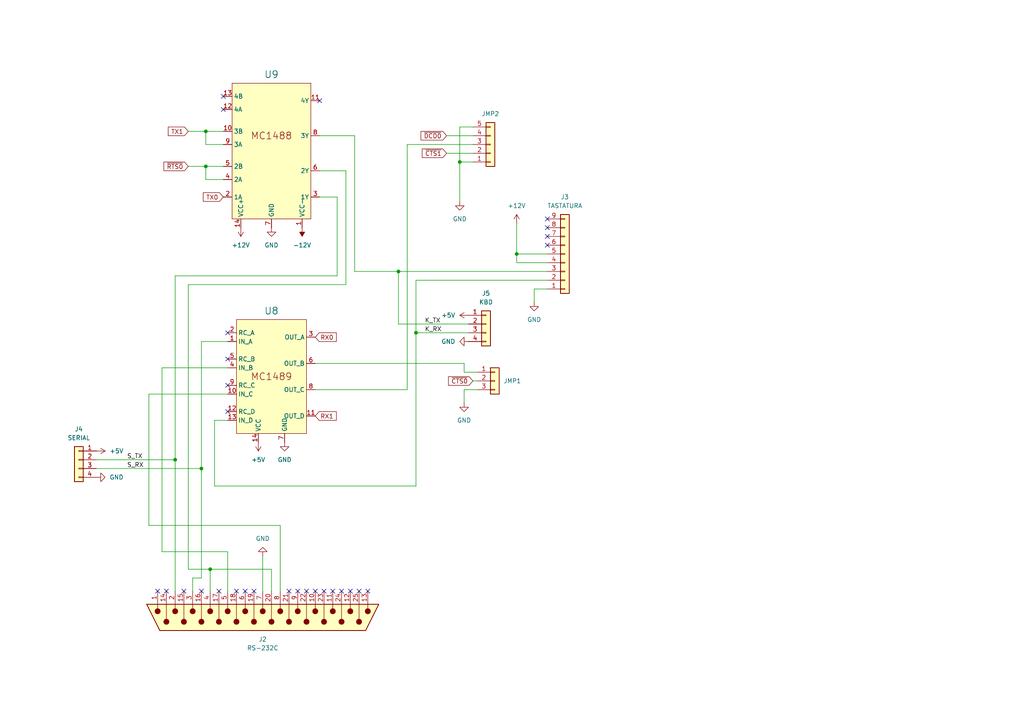
<source format=kicad_sch>
(kicad_sch (version 20231120) (generator "eeschema") (generator_version "8.0")
  (paper "A4")
  (lib_symbols
    (symbol "Connector:DB25_Plug" (pin_names (offset 1.016) hide)
      (property "Reference" "J" (at 0 34.29 0))
      (property "Value" "DB25_Plug" (at 0 -34.925 0))
      (symbol "DB25_Plug_0_1"
        (circle (center -1.778 -30.48) (radius 0.762) (fill (type outline)))
        (circle (center -1.778 -25.4) (radius 0.762) (fill (type outline)))
        (circle (center -1.778 -20.32) (radius 0.762) (fill (type outline)))
        (circle (center -1.778 -15.24) (radius 0.762) (fill (type outline)))
        (circle (center -1.778 -10.16) (radius 0.762) (fill (type outline)))
        (circle (center -1.778 -5.08) (radius 0.762) (fill (type outline)))
        (circle (center -1.778 0) (radius 0.762) (fill (type outline)))
        (circle (center -1.778 5.08) (radius 0.762) (fill (type outline)))
        (circle (center -1.778 10.16) (radius 0.762) (fill (type outline)))
        (circle (center -1.778 15.24) (radius 0.762) (fill (type outline)))
        (circle (center -1.778 20.32) (radius 0.762) (fill (type outline)))
        (circle (center -1.778 25.4) (radius 0.762) (fill (type outline)))
        (circle (center -1.778 30.48) (radius 0.762) (fill (type outline)))
        (polyline (pts (xy -3.81 -30.48) (xy -2.54 -30.48)))
        (polyline (pts (xy -3.81 -27.94) (xy 0.508 -27.94)))
        (polyline (pts (xy -3.81 -25.4) (xy -2.54 -25.4)))
        (polyline (pts (xy -3.81 -22.86) (xy 0.508 -22.86)))
        (polyline (pts (xy -3.81 -20.32) (xy -2.54 -20.32)))
        (polyline (pts (xy -3.81 -17.78) (xy 0.508 -17.78)))
        (polyline (pts (xy -3.81 -15.24) (xy -2.54 -15.24)))
        (polyline (pts (xy -3.81 -12.7) (xy 0.508 -12.7)))
        (polyline (pts (xy -3.81 -10.16) (xy -2.54 -10.16)))
        (polyline (pts (xy -3.81 -7.62) (xy 0.508 -7.62)))
        (polyline (pts (xy -3.81 -5.08) (xy -2.54 -5.08)))
        (polyline (pts (xy -3.81 -2.54) (xy 0.508 -2.54)))
        (polyline (pts (xy -3.81 0) (xy -2.54 0)))
        (polyline (pts (xy -3.81 2.54) (xy 0.508 2.54)))
        (polyline (pts (xy -3.81 5.08) (xy -2.54 5.08)))
        (polyline (pts (xy -3.81 7.62) (xy 0.508 7.62)))
        (polyline (pts (xy -3.81 10.16) (xy -2.54 10.16)))
        (polyline (pts (xy -3.81 12.7) (xy 0.508 12.7)))
        (polyline (pts (xy -3.81 15.24) (xy -2.54 15.24)))
        (polyline (pts (xy -3.81 17.78) (xy 0.508 17.78)))
        (polyline (pts (xy -3.81 20.32) (xy -2.54 20.32)))
        (polyline (pts (xy -3.81 22.86) (xy 0.508 22.86)))
        (polyline (pts (xy -3.81 25.4) (xy -2.54 25.4)))
        (polyline (pts (xy -3.81 27.94) (xy 0.508 27.94)))
        (polyline (pts (xy -3.81 30.48) (xy -2.54 30.48)))
        (polyline (pts (xy -3.81 -33.655) (xy 3.81 -29.845) (xy 3.81 29.845) (xy -3.81 33.655) (xy -3.81 -33.655)) (stroke (width 0.254)) (fill (type background)))
        (circle (center 1.27 -27.94) (radius 0.762) (fill (type outline)))
        (circle (center 1.27 -22.86) (radius 0.762) (fill (type outline)))
        (circle (center 1.27 -17.78) (radius 0.762) (fill (type outline)))
        (circle (center 1.27 -12.7) (radius 0.762) (fill (type outline)))
        (circle (center 1.27 -7.62) (radius 0.762) (fill (type outline)))
        (circle (center 1.27 -2.54) (radius 0.762) (fill (type outline)))
        (circle (center 1.27 2.54) (radius 0.762) (fill (type outline)))
        (circle (center 1.27 7.62) (radius 0.762) (fill (type outline)))
        (circle (center 1.27 12.7) (radius 0.762) (fill (type outline)))
        (circle (center 1.27 17.78) (radius 0.762) (fill (type outline)))
        (circle (center 1.27 22.86) (radius 0.762) (fill (type outline)))
        (circle (center 1.27 27.94) (radius 0.762) (fill (type outline)))
      )
      (symbol "DB25_Plug_1_1"
        (pin passive line (at -7.62 -30.48 0) (length 3.81) (name "1") (number "1"))
        (pin passive line (at -7.62 15.24 0) (length 3.81) (name "10") (number "10"))
        (pin passive line (at -7.62 20.32 0) (length 3.81) (name "11") (number "11"))
        (pin passive line (at -7.62 25.4 0) (length 3.81) (name "12") (number "12"))
        (pin passive line (at -7.62 30.48 0) (length 3.81) (name "13") (number "13"))
        (pin passive line (at -7.62 -27.94 0) (length 3.81) (name "P14") (number "14"))
        (pin passive line (at -7.62 -22.86 0) (length 3.81) (name "P15") (number "15"))
        (pin passive line (at -7.62 -17.78 0) (length 3.81) (name "P16") (number "16"))
        (pin passive line (at -7.62 -12.7 0) (length 3.81) (name "P17") (number "17"))
        (pin passive line (at -7.62 -7.62 0) (length 3.81) (name "P18") (number "18"))
        (pin passive line (at -7.62 -2.54 0) (length 3.81) (name "P19") (number "19"))
        (pin passive line (at -7.62 -25.4 0) (length 3.81) (name "2") (number "2"))
        (pin passive line (at -7.62 2.54 0) (length 3.81) (name "P20") (number "20"))
        (pin passive line (at -7.62 7.62 0) (length 3.81) (name "P21") (number "21"))
        (pin passive line (at -7.62 12.7 0) (length 3.81) (name "P22") (number "22"))
        (pin passive line (at -7.62 17.78 0) (length 3.81) (name "P23") (number "23"))
        (pin passive line (at -7.62 22.86 0) (length 3.81) (name "P24") (number "24"))
        (pin passive line (at -7.62 27.94 0) (length 3.81) (name "P25") (number "25"))
        (pin passive line (at -7.62 -20.32 0) (length 3.81) (name "3") (number "3"))
        (pin passive line (at -7.62 -15.24 0) (length 3.81) (name "4") (number "4"))
        (pin passive line (at -7.62 -10.16 0) (length 3.81) (name "5") (number "5"))
        (pin passive line (at -7.62 -5.08 0) (length 3.81) (name "6") (number "6"))
        (pin passive line (at -7.62 0 0) (length 3.81) (name "7") (number "7"))
        (pin passive line (at -7.62 5.08 0) (length 3.81) (name "8") (number "8"))
        (pin passive line (at -7.62 10.16 0) (length 3.81) (name "9") (number "9"))
      )
    )
    (symbol "Connector_Generic:Conn_01x03" (pin_names (offset 1.016) hide)
      (property "Reference" "J" (at 0 5.08 0))
      (property "Value" "Conn_01x03" (at 0 -5.08 0))
      (symbol "Conn_01x03_1_1"
        (rectangle (start -1.27 -2.413) (end 0 -2.667) (stroke (width 0.1524)))
        (rectangle (start -1.27 0.127) (end 0 -0.127) (stroke (width 0.1524)))
        (rectangle (start -1.27 2.667) (end 0 2.413) (stroke (width 0.1524)))
        (rectangle (start -1.27 3.81) (end 1.27 -3.81) (stroke (width 0.254)) (fill (type background)))
        (pin passive line (at -5.08 2.54 0) (length 3.81) (name "Pin_1") (number "1"))
        (pin passive line (at -5.08 0 0) (length 3.81) (name "Pin_2") (number "2"))
        (pin passive line (at -5.08 -2.54 0) (length 3.81) (name "Pin_3") (number "3"))
      )
    )
    (symbol "Connector_Generic:Conn_01x04" (pin_names (offset 1.016) hide)
      (property "Reference" "J" (at 0 5.08 0))
      (property "Value" "Conn_01x04" (at 0 -7.62 0))
      (symbol "Conn_01x04_1_1"
        (rectangle (start -1.27 -4.953) (end 0 -5.207) (stroke (width 0.1524)))
        (rectangle (start -1.27 -2.413) (end 0 -2.667) (stroke (width 0.1524)))
        (rectangle (start -1.27 0.127) (end 0 -0.127) (stroke (width 0.1524)))
        (rectangle (start -1.27 2.667) (end 0 2.413) (stroke (width 0.1524)))
        (rectangle (start -1.27 3.81) (end 1.27 -6.35) (stroke (width 0.254)) (fill (type background)))
        (pin passive line (at -5.08 2.54 0) (length 3.81) (name "Pin_1") (number "1"))
        (pin passive line (at -5.08 0 0) (length 3.81) (name "Pin_2") (number "2"))
        (pin passive line (at -5.08 -2.54 0) (length 3.81) (name "Pin_3") (number "3"))
        (pin passive line (at -5.08 -5.08 0) (length 3.81) (name "Pin_4") (number "4"))
      )
    )
    (symbol "Connector_Generic:Conn_01x05" (pin_names (offset 1.016) hide)
      (property "Reference" "J" (at 0 7.62 0))
      (property "Value" "Conn_01x05" (at 0 -7.62 0))
      (symbol "Conn_01x05_1_1"
        (rectangle (start -1.27 -4.953) (end 0 -5.207) (stroke (width 0.1524)))
        (rectangle (start -1.27 -2.413) (end 0 -2.667) (stroke (width 0.1524)))
        (rectangle (start -1.27 0.127) (end 0 -0.127) (stroke (width 0.1524)))
        (rectangle (start -1.27 2.667) (end 0 2.413) (stroke (width 0.1524)))
        (rectangle (start -1.27 5.207) (end 0 4.953) (stroke (width 0.1524)))
        (rectangle (start -1.27 6.35) (end 1.27 -6.35) (stroke (width 0.254)) (fill (type background)))
        (pin passive line (at -5.08 5.08 0) (length 3.81) (name "Pin_1") (number "1"))
        (pin passive line (at -5.08 2.54 0) (length 3.81) (name "Pin_2") (number "2"))
        (pin passive line (at -5.08 0 0) (length 3.81) (name "Pin_3") (number "3"))
        (pin passive line (at -5.08 -2.54 0) (length 3.81) (name "Pin_4") (number "4"))
        (pin passive line (at -5.08 -5.08 0) (length 3.81) (name "Pin_5") (number "5"))
      )
    )
    (symbol "Connector_Generic:Conn_01x09" (pin_names (offset 1.016) hide)
      (property "Reference" "J" (at 0 12.7 0))
      (property "Value" "Conn_01x09" (at 0 -12.7 0))
      (symbol "Conn_01x09_1_1"
        (rectangle (start -1.27 -10.033) (end 0 -10.287) (stroke (width 0.1524)))
        (rectangle (start -1.27 -7.493) (end 0 -7.747) (stroke (width 0.1524)))
        (rectangle (start -1.27 -4.953) (end 0 -5.207) (stroke (width 0.1524)))
        (rectangle (start -1.27 -2.413) (end 0 -2.667) (stroke (width 0.1524)))
        (rectangle (start -1.27 0.127) (end 0 -0.127) (stroke (width 0.1524)))
        (rectangle (start -1.27 2.667) (end 0 2.413) (stroke (width 0.1524)))
        (rectangle (start -1.27 5.207) (end 0 4.953) (stroke (width 0.1524)))
        (rectangle (start -1.27 7.747) (end 0 7.493) (stroke (width 0.1524)))
        (rectangle (start -1.27 10.287) (end 0 10.033) (stroke (width 0.1524)))
        (rectangle (start -1.27 11.43) (end 1.27 -11.43) (stroke (width 0.254)) (fill (type background)))
        (pin passive line (at -5.08 10.16 0) (length 3.81) (name "Pin_1") (number "1"))
        (pin passive line (at -5.08 7.62 0) (length 3.81) (name "Pin_2") (number "2"))
        (pin passive line (at -5.08 5.08 0) (length 3.81) (name "Pin_3") (number "3"))
        (pin passive line (at -5.08 2.54 0) (length 3.81) (name "Pin_4") (number "4"))
        (pin passive line (at -5.08 0 0) (length 3.81) (name "Pin_5") (number "5"))
        (pin passive line (at -5.08 -2.54 0) (length 3.81) (name "Pin_6") (number "6"))
        (pin passive line (at -5.08 -5.08 0) (length 3.81) (name "Pin_7") (number "7"))
        (pin passive line (at -5.08 -7.62 0) (length 3.81) (name "Pin_8") (number "8"))
        (pin passive line (at -5.08 -10.16 0) (length 3.81) (name "Pin_9") (number "9"))
      )
    )
    (symbol "TIM011:MC1488"
      (property "Reference" "U***" (at 0 -2.54 0))
      (property "Value" "MC1488" (at -41.91 -25.4 0))
      (symbol "MC1488_0_0"
        (pin power_in line (at 8.89 -22.86 90) (length 2.54) (name "VCC-") (number "1"))
        (pin input line (at -13.97 5.08 0) (length 2.54) (name "3B") (number "10"))
        (pin output line (at 13.97 13.97 180) (length 2.54) (name "4Y") (number "11"))
        (pin input line (at -13.97 11.43 0) (length 2.54) (name "4A") (number "12"))
        (pin input line (at -13.97 15.24 0) (length 2.54) (name "4B") (number "13"))
        (pin power_in line (at -8.89 -22.86 90) (length 2.54) (name "VCC+") (number "14"))
        (pin input line (at -13.97 -13.97 0) (length 2.54) (name "1A") (number "2"))
        (pin output line (at 13.97 -13.97 180) (length 2.54) (name "1Y") (number "3"))
        (pin input line (at -13.97 -8.89 0) (length 2.54) (name "2A") (number "4"))
        (pin input line (at -13.97 -5.08 0) (length 2.54) (name "2B") (number "5"))
        (pin output line (at 13.97 -6.35 180) (length 2.54) (name "2Y") (number "6"))
        (pin power_in line (at 0 -22.86 90) (length 2.54) (name "GND") (number "7"))
        (pin output line (at 13.97 3.81 180) (length 2.54) (name "3Y") (number "8"))
        (pin input line (at -13.97 1.27 0) (length 2.54) (name "3A") (number "9"))
      )
      (symbol "MC1488_1_1"
        (rectangle (start -11.43 19.05) (end 11.43 -20.32) (fill (type background)))
        (text "MC1488" (at 0 3.81 0) (effects (font (size 2 2))))
      )
    )
    (symbol "TIM011:MC1489"
      (property "Reference" "U***" (at 0 -3.81 0))
      (symbol "MC1489_0_0"
        (pin input line (at -12.7 10.16 0) (length 2.54) (name "IN_A") (number "1"))
        (pin input line (at -12.7 -5.08 0) (length 2.54) (name "IN_C") (number "10"))
        (pin output line (at 12.7 -11.43 180) (length 2.54) (name "OUT_D") (number "11"))
        (pin input line (at -12.7 -10.16 0) (length 2.54) (name "RC_D") (number "12"))
        (pin input line (at -12.7 -12.7 0) (length 2.54) (name "IN_D") (number "13"))
        (pin power_in line (at -3.81 -19.05 90) (length 2.54) (name "VCC") (number "14"))
        (pin input line (at -12.7 12.7 0) (length 2.54) (name "RC_A") (number "2"))
        (pin output line (at 12.7 11.43 180) (length 2.54) (name "OUT_A") (number "3"))
        (pin input line (at -12.7 2.54 0) (length 2.54) (name "IN_B") (number "4"))
        (pin input line (at -12.7 5.08 0) (length 2.54) (name "RC_B") (number "5"))
        (pin output line (at 12.7 3.81 180) (length 2.54) (name "OUT_B") (number "6"))
        (pin power_in line (at 3.81 -19.05 90) (length 2.54) (name "GND") (number "7"))
        (pin output line (at 12.7 -3.81 180) (length 2.54) (name "OUT_C") (number "8"))
        (pin input line (at -12.7 -2.54 0) (length 2.54) (name "RC_C") (number "9"))
      )
      (symbol "MC1489_1_1"
        (rectangle (start -10.16 16.51) (end 10.16 -16.51) (fill (type background)))
        (text "MC1489" (at 0 0 0) (effects (font (size 2 2))))
      )
    )
    (symbol "power:+12V" (power) (pin_numbers hide) (pin_names (offset 0) hide)
      (property "Value" "+12V" (at 0 3.556 0))
      (symbol "+12V_0_1"
        (polyline (pts (xy -0.762 1.27) (xy 0 2.54)))
        (polyline (pts (xy 0 0) (xy 0 2.54)))
        (polyline (pts (xy 0 2.54) (xy 0.762 1.27)))
      )
      (symbol "+12V_1_1"
        (pin power_in line (at 0 0 90) (length 0) (name "~") (number "1"))
      )
    )
    (symbol "power:+5V" (power) (pin_numbers hide) (pin_names (offset 0) hide)
      (property "Value" "+5V" (at 0 3.556 0))
      (symbol "+5V_0_1"
        (polyline (pts (xy -0.762 1.27) (xy 0 2.54)))
        (polyline (pts (xy 0 0) (xy 0 2.54)))
        (polyline (pts (xy 0 2.54) (xy 0.762 1.27)))
      )
      (symbol "+5V_1_1"
        (pin power_in line (at 0 0 90) (length 0) (name "~") (number "1"))
      )
    )
    (symbol "power:-12V" (power) (pin_numbers hide) (pin_names (offset 0) hide)
      (property "Value" "-12V" (at 0 3.556 0))
      (symbol "-12V_0_0"
        (pin power_in line (at 0 0 90) (length 0) (name "~") (number "1"))
      )
      (symbol "-12V_0_1"
        (polyline (pts (xy 0 0) (xy 0 1.27) (xy 0.762 1.27) (xy 0 2.54) (xy -0.762 1.27) (xy 0 1.27)) (fill (type outline)))
      )
    )
    (symbol "power:GND" (power) (pin_numbers hide) (pin_names (offset 0) hide)
      (property "Value" "GND" (at 0 -3.81 0))
      (symbol "GND_0_1"
        (polyline (pts (xy 0 0) (xy 0 -1.27) (xy 1.27 -1.27) (xy 0 -2.54) (xy -1.27 -1.27) (xy 0 -1.27)))
      )
      (symbol "GND_1_1"
        (pin power_in line (at 0 0 270) (length 0) (name "~") (number "1"))
      )
    )
  )
  (junction (at 149.86 73.66))
  (junction (at 50.8 133.35))
  (junction (at 58.42 135.89))
  (junction (at 59.69 48.26))
  (junction (at 115.57 78.74))
  (junction (at 120.65 96.52))
  (junction (at 60.96 165.1))
  (junction (at 133.35 46.99))
  (junction (at 59.69 38.1))
  (no_connect (at 101.6 171.45))
  (no_connect (at 73.66 171.45))
  (no_connect (at 48.26 171.45))
  (no_connect (at 63.5 171.45))
  (no_connect (at 158.75 71.12))
  (no_connect (at 92.71 29.21))
  (no_connect (at 53.34 171.45))
  (no_connect (at 45.72 171.45))
  (no_connect (at 99.06 171.45))
  (no_connect (at 66.04 119.38))
  (no_connect (at 66.04 104.14))
  (no_connect (at 158.75 66.04))
  (no_connect (at 91.44 171.45))
  (no_connect (at 158.75 68.58))
  (no_connect (at 71.12 171.45))
  (no_connect (at 66.04 96.52))
  (no_connect (at 68.58 171.45))
  (no_connect (at 64.77 27.94))
  (no_connect (at 86.36 171.45))
  (no_connect (at 158.75 63.5))
  (no_connect (at 93.98 171.45))
  (no_connect (at 88.9 171.45))
  (no_connect (at 96.52 171.45))
  (no_connect (at 64.77 31.75))
  (no_connect (at 66.04 111.76))
  (no_connect (at 106.68 171.45))
  (no_connect (at 83.82 171.45))
  (no_connect (at 58.42 171.45))
  (no_connect (at 104.14 171.45))
  (wire (pts (xy 54.61 48.26) (xy 59.69 48.26)))
  (wire (pts (xy 133.35 36.83) (xy 133.35 46.99)))
  (wire (pts (xy 64.77 52.07) (xy 59.69 52.07)))
  (wire (pts (xy 97.79 57.15) (xy 97.79 80.01)))
  (wire (pts (xy 120.65 140.97) (xy 120.65 96.52)))
  (wire (pts (xy 154.94 83.82) (xy 154.94 87.63)))
  (wire (pts (xy 91.44 105.41) (xy 134.62 105.41)))
  (wire (pts (xy 81.28 152.4) (xy 81.28 171.45)))
  (wire (pts (xy 50.8 133.35) (xy 50.8 171.45)))
  (wire (pts (xy 27.94 133.35) (xy 50.8 133.35)))
  (wire (pts (xy 60.96 165.1) (xy 78.74 165.1)))
  (wire (pts (xy 118.11 41.91) (xy 137.16 41.91)))
  (wire (pts (xy 59.69 38.1) (xy 59.69 41.91)))
  (wire (pts (xy 92.71 49.53) (xy 100.33 49.53)))
  (wire (pts (xy 120.65 81.28) (xy 158.75 81.28)))
  (wire (pts (xy 133.35 46.99) (xy 133.35 58.42)))
  (wire (pts (xy 158.75 78.74) (xy 115.57 78.74)))
  (wire (pts (xy 97.79 80.01) (xy 50.8 80.01)))
  (wire (pts (xy 134.62 107.95) (xy 138.43 107.95)))
  (wire (pts (xy 137.16 110.49) (xy 138.43 110.49)))
  (wire (pts (xy 46.99 160.02) (xy 66.04 160.02)))
  (wire (pts (xy 100.33 49.53) (xy 100.33 82.55)))
  (wire (pts (xy 59.69 48.26) (xy 64.77 48.26)))
  (wire (pts (xy 137.16 36.83) (xy 133.35 36.83)))
  (wire (pts (xy 66.04 99.06) (xy 58.42 99.06)))
  (wire (pts (xy 102.87 78.74) (xy 102.87 39.37)))
  (wire (pts (xy 66.04 160.02) (xy 66.04 171.45)))
  (wire (pts (xy 120.65 96.52) (xy 120.65 81.28)))
  (wire (pts (xy 133.35 46.99) (xy 137.16 46.99)))
  (wire (pts (xy 118.11 113.03) (xy 118.11 41.91)))
  (wire (pts (xy 158.75 83.82) (xy 154.94 83.82)))
  (wire (pts (xy 134.62 105.41) (xy 134.62 107.95)))
  (wire (pts (xy 58.42 167.64) (xy 55.88 167.64)))
  (wire (pts (xy 135.89 93.98) (xy 115.57 93.98)))
  (wire (pts (xy 76.2 161.29) (xy 76.2 171.45)))
  (wire (pts (xy 55.88 167.64) (xy 55.88 171.45)))
  (wire (pts (xy 59.69 52.07) (xy 59.69 48.26)))
  (wire (pts (xy 129.54 44.45) (xy 137.16 44.45)))
  (wire (pts (xy 149.86 76.2) (xy 158.75 76.2)))
  (wire (pts (xy 62.23 140.97) (xy 120.65 140.97)))
  (wire (pts (xy 120.65 96.52) (xy 135.89 96.52)))
  (wire (pts (xy 100.33 82.55) (xy 54.61 82.55)))
  (wire (pts (xy 149.86 64.77) (xy 149.86 73.66)))
  (wire (pts (xy 54.61 82.55) (xy 54.61 165.1)))
  (wire (pts (xy 62.23 121.92) (xy 62.23 140.97)))
  (wire (pts (xy 50.8 80.01) (xy 50.8 133.35)))
  (wire (pts (xy 59.69 38.1) (xy 64.77 38.1)))
  (wire (pts (xy 91.44 113.03) (xy 118.11 113.03)))
  (wire (pts (xy 149.86 73.66) (xy 149.86 76.2)))
  (wire (pts (xy 59.69 41.91) (xy 64.77 41.91)))
  (wire (pts (xy 58.42 135.89) (xy 58.42 167.64)))
  (wire (pts (xy 66.04 114.3) (xy 43.18 114.3)))
  (wire (pts (xy 134.62 113.03) (xy 134.62 116.84)))
  (wire (pts (xy 78.74 165.1) (xy 78.74 171.45)))
  (wire (pts (xy 60.96 165.1) (xy 60.96 171.45)))
  (wire (pts (xy 92.71 57.15) (xy 97.79 57.15)))
  (wire (pts (xy 115.57 93.98) (xy 115.57 78.74)))
  (wire (pts (xy 129.54 39.37) (xy 137.16 39.37)))
  (wire (pts (xy 66.04 106.68) (xy 46.99 106.68)))
  (wire (pts (xy 46.99 106.68) (xy 46.99 160.02)))
  (wire (pts (xy 102.87 39.37) (xy 92.71 39.37)))
  (wire (pts (xy 115.57 78.74) (xy 102.87 78.74)))
  (wire (pts (xy 58.42 99.06) (xy 58.42 135.89)))
  (wire (pts (xy 43.18 114.3) (xy 43.18 152.4)))
  (wire (pts (xy 138.43 113.03) (xy 134.62 113.03)))
  (wire (pts (xy 66.04 121.92) (xy 62.23 121.92)))
  (wire (pts (xy 54.61 38.1) (xy 59.69 38.1)))
  (wire (pts (xy 149.86 73.66) (xy 158.75 73.66)))
  (wire (pts (xy 27.94 135.89) (xy 58.42 135.89)))
  (wire (pts (xy 43.18 152.4) (xy 81.28 152.4)))
  (wire (pts (xy 54.61 165.1) (xy 60.96 165.1)))
  (label "K_TX" (at 123.19 93.98 0))
  (label "K_RX" (at 123.19 96.52 0))
  (label "S_RX" (at 36.83 135.89 0))
  (label "S_TX" (at 36.83 133.35 0))
  (global_label "~{RTS0}" (shape input) (at 54.61 48.26 180) (property "Intersheetrefs" "${INTERSHEET_REFS}" (effects (hide yes))))
  (global_label "RX1" (shape input) (at 91.44 120.65 0) (property "Intersheetrefs" "${INTERSHEET_REFS}" (effects (hide yes))))
  (global_label "TX1" (shape input) (at 54.61 38.1 180) (property "Intersheetrefs" "${INTERSHEET_REFS}" (effects (hide yes))))
  (global_label "RX0" (shape input) (at 91.44 97.79 0) (property "Intersheetrefs" "${INTERSHEET_REFS}" (effects (hide yes))))
  (global_label "~{DCD0}" (shape input) (at 129.54 39.37 180) (property "Intersheetrefs" "${INTERSHEET_REFS}" (effects (hide yes))))
  (global_label "~{CTS0}" (shape input) (at 137.16 110.49 180) (property "Intersheetrefs" "${INTERSHEET_REFS}" (effects (hide yes))))
  (global_label "~{CTS1}" (shape input) (at 129.54 44.45 180) (property "Intersheetrefs" "${INTERSHEET_REFS}" (effects (hide yes))))
  (global_label "TX0" (shape input) (at 64.77 57.15 180) (property "Intersheetrefs" "${INTERSHEET_REFS}" (effects (hide yes))))
  (symbol (lib_id "power:+12V") (at 69.85 66.04 180) (unit 1)
    (property "Reference" "#PWR036" (effects (hide yes)))
    (property "Value" "+12V" (at 69.85 71.12 0))
    (property "Description" "Power symbol creates a global label with name \"+12V\"" (effects (hide yes)))
  )
  (symbol (lib_id "TIM011:MC1488") (at 78.74 43.18 0) (unit 1)
    (property "Reference" "U9" (at 78.74 21.59 0) (effects (font (size 2 2))))
    (property "Value" "MC1488" (effects (hide yes)))
    (property "Footprint" "011TIM:DIP-14_W7.62mm" (effects (hide yes)))
  )
  (symbol (lib_id "Connector_Generic:Conn_01x03") (at 143.51 110.49 0) (unit 1)
    (property "Reference" "JMP1" (at 146.05 110.4899 0) (effects (justify left)))
    (property "Value" "Conn_01x03" (effects (hide yes)))
    (property "Footprint" "011TIM:PinHeader_1x03 2.54mm" (effects (hide yes)))
    (property "Description" "Generic connector, single row, 01x03, script generated (kicad-library-utils/schlib/autogen/connector/)" (effects (hide yes)))
  )
  (symbol (lib_id "power:GND") (at 76.2 161.29 180) (unit 1)
    (property "Reference" "#PWR038" (effects (hide yes)))
    (property "Value" "GND" (at 76.2 156.21 0))
    (property "Description" "Power symbol creates a global label with name \"GND\" , ground" (effects (hide yes)))
  )
  (symbol (lib_id "Connector:DB25_Plug") (at 76.2 179.07 270) (unit 1)
    (property "Reference" "J2" (at 76.2 185.42 90))
    (property "Value" "RS-232C" (at 76.2 187.96 90))
    (property "Footprint" "011TIM:RS232C" (effects (hide yes)))
    (property "Datasheet" " ~" (effects (hide yes)))
    (property "Description" "25-pin male plug pin D-SUB connector" (effects (hide yes)))
  )
  (symbol (lib_id "Connector_Generic:Conn_01x05") (at 142.24 41.91 0) (mirror x) (unit 1)
    (property "Reference" "JMP2" (at 142.24 33.02 0))
    (property "Footprint" "011TIM:PinHeader_1x05_2.54mm_Alt" (effects (hide yes)))
    (property "Description" "Generic connector, single row, 01x05, script generated (kicad-library-utils/schlib/autogen/connector/)" (effects (hide yes)))
  )
  (symbol (lib_id "power:+5V") (at 74.93 128.27 180) (unit 1)
    (property "Reference" "#PWR040" (effects (hide yes)))
    (property "Value" "+5V" (at 74.93 133.35 0))
    (property "Description" "Power symbol creates a global label with name \"+5V\"" (effects (hide yes)))
  )
  (symbol (lib_id "power:+5V") (at 27.94 130.81 270) (unit 1)
    (property "Reference" "#PWR0186" (effects (hide yes)))
    (property "Value" "+5V" (at 31.75 130.8099 90) (effects (justify left)))
    (property "Description" "Power symbol creates a global label with name \"+5V\"" (effects (hide yes)))
  )
  (symbol (lib_id "power:+12V") (at 149.86 64.77 0) (unit 1)
    (property "Reference" "#PWR033" (effects (hide yes)))
    (property "Value" "+12V" (at 149.86 59.69 0))
    (property "Description" "Power symbol creates a global label with name \"+12V\"" (effects (hide yes)))
  )
  (symbol (lib_id "power:GND") (at 135.89 99.06 270) (mirror x) (unit 1)
    (property "Reference" "#PWR0188" (effects (hide yes)))
    (property "Value" "GND" (at 132.08 99.0599 90) (effects (justify right)))
    (property "Description" "Power symbol creates a global label with name \"GND\" , ground" (effects (hide yes)))
  )
  (symbol (lib_id "power:GND") (at 133.35 58.42 0) (unit 1)
    (property "Reference" "#PWR034" (effects (hide yes)))
    (property "Value" "GND" (at 133.35 63.5 0))
    (property "Description" "Power symbol creates a global label with name \"GND\" , ground" (effects (hide yes)))
  )
  (symbol (lib_id "power:GND") (at 154.94 87.63 0) (unit 1)
    (property "Reference" "#PWR035" (effects (hide yes)))
    (property "Value" "GND" (at 154.94 92.71 0))
    (property "Description" "Power symbol creates a global label with name \"GND\" , ground" (effects (hide yes)))
  )
  (symbol (lib_id "power:GND") (at 27.94 138.43 90) (unit 1)
    (property "Reference" "#PWR0185" (effects (hide yes)))
    (property "Value" "GND" (at 31.75 138.4299 90) (effects (justify right)))
    (property "Description" "Power symbol creates a global label with name \"GND\" , ground" (effects (hide yes)))
  )
  (symbol (lib_id "Connector_Generic:Conn_01x04") (at 140.97 93.98 0) (unit 1)
    (property "Reference" "J5" (at 140.97 85.09 0))
    (property "Value" "KBD" (at 140.97 87.63 0))
    (property "Footprint" "011TIM:PinHeader_1x04_2.54mm" (effects (hide yes)))
    (property "Description" "Generic connector, single row, 01x04, script generated (kicad-library-utils/schlib/autogen/connector/)" (effects (hide yes)))
  )
  (symbol (lib_id "power:-12V") (at 87.63 66.04 180) (unit 1)
    (property "Reference" "#PWR032" (effects (hide yes)))
    (property "Value" "-12V" (at 87.63 71.12 0))
    (property "Description" "Power symbol creates a global label with name \"-12V\"" (effects (hide yes)))
  )
  (symbol (lib_id "power:GND") (at 78.74 66.04 0) (unit 1)
    (property "Reference" "#PWR037" (effects (hide yes)))
    (property "Value" "GND" (at 78.74 71.12 0))
    (property "Description" "Power symbol creates a global label with name \"GND\" , ground" (effects (hide yes)))
  )
  (symbol (lib_id "Connector_Generic:Conn_01x09") (at 163.83 73.66 0) (mirror x) (unit 1)
    (property "Reference" "J3" (at 163.83 57.15 0))
    (property "Value" "TASTATURA" (at 163.83 59.69 0))
    (property "Footprint" "011TIM:KEYBOARD2" (effects (hide yes)))
    (property "Description" "Generic connector, single row, 01x09, script generated (kicad-library-utils/schlib/autogen/connector/)" (effects (hide yes)))
  )
  (symbol (lib_id "Connector_Generic:Conn_01x04") (at 22.86 133.35 0) (mirror y) (unit 1)
    (property "Reference" "J4" (at 22.86 124.46 0))
    (property "Value" "SERIAL" (at 22.86 127 0))
    (property "Footprint" "011TIM:PinHeader_1x04_2.54mm" (effects (hide yes)))
    (property "Description" "Generic connector, single row, 01x04, script generated (kicad-library-utils/schlib/autogen/connector/)" (effects (hide yes)))
  )
  (symbol (lib_id "TIM011:MC1489") (at 78.74 109.22 0) (unit 1)
    (property "Reference" "U8" (at 78.74 90.17 0) (effects (font (size 2 2))))
    (property "Value" "MC1489" (effects (hide yes)))
    (property "Footprint" "011TIM:DIP-14_W7.62mm" (effects (hide yes)))
  )
  (symbol (lib_id "power:GND") (at 82.55 128.27 0) (unit 1)
    (property "Reference" "#PWR041" (effects (hide yes)))
    (property "Value" "GND" (at 82.55 133.35 0))
    (property "Description" "Power symbol creates a global label with name \"GND\" , ground" (effects (hide yes)))
  )
  (symbol (lib_id "power:+5V") (at 135.89 91.44 90) (mirror x) (unit 1)
    (property "Reference" "#PWR0187" (effects (hide yes)))
    (property "Value" "+5V" (at 132.08 91.4399 90) (effects (justify left)))
    (property "Description" "Power symbol creates a global label with name \"+5V\"" (effects (hide yes)))
  )
  (symbol (lib_id "power:GND") (at 134.62 116.84 0) (unit 1)
    (property "Reference" "#PWR039" (effects (hide yes)))
    (property "Value" "GND" (at 134.62 121.92 0))
    (property "Description" "Power symbol creates a global label with name \"GND\" , ground" (effects (hide yes)))
  )
)
</source>
